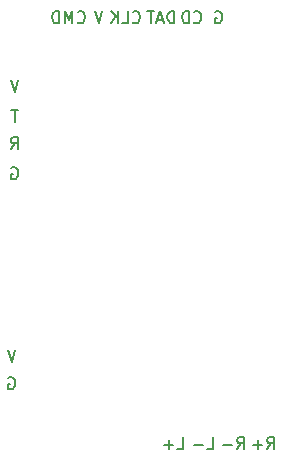
<source format=gbo>
G04 #@! TF.GenerationSoftware,KiCad,Pcbnew,5.1.9+dfsg1-1+deb11u1*
G04 #@! TF.CreationDate,2023-05-29T16:58:53+09:00*
G04 #@! TF.ProjectId,bluetooth_JDY-67_dev_board,626c7565-746f-46f7-9468-5f4a44592d36,rev?*
G04 #@! TF.SameCoordinates,Original*
G04 #@! TF.FileFunction,Legend,Bot*
G04 #@! TF.FilePolarity,Positive*
%FSLAX46Y46*%
G04 Gerber Fmt 4.6, Leading zero omitted, Abs format (unit mm)*
G04 Created by KiCad (PCBNEW 5.1.9+dfsg1-1+deb11u1) date 2023-05-29 16:58:53*
%MOMM*%
%LPD*%
G01*
G04 APERTURE LIST*
%ADD10C,0.150000*%
%ADD11R,1.600000X1.600000*%
%ADD12C,1.600000*%
%ADD13O,2.000000X1.700000*%
%ADD14R,1.700000X1.700000*%
%ADD15O,1.700000X1.700000*%
%ADD16O,1.950000X1.700000*%
%ADD17O,1.700000X1.950000*%
%ADD18C,2.000000*%
G04 APERTURE END LIST*
D10*
X120959523Y-118562380D02*
X121292857Y-118086190D01*
X121530952Y-118562380D02*
X121530952Y-117562380D01*
X121150000Y-117562380D01*
X121054761Y-117610000D01*
X121007142Y-117657619D01*
X120959523Y-117752857D01*
X120959523Y-117895714D01*
X121007142Y-117990952D01*
X121054761Y-118038571D01*
X121150000Y-118086190D01*
X121530952Y-118086190D01*
X120530952Y-118181428D02*
X119769047Y-118181428D01*
X120150000Y-118562380D02*
X120150000Y-117800476D01*
X118419523Y-118562380D02*
X118752857Y-118086190D01*
X118990952Y-118562380D02*
X118990952Y-117562380D01*
X118610000Y-117562380D01*
X118514761Y-117610000D01*
X118467142Y-117657619D01*
X118419523Y-117752857D01*
X118419523Y-117895714D01*
X118467142Y-117990952D01*
X118514761Y-118038571D01*
X118610000Y-118086190D01*
X118990952Y-118086190D01*
X117990952Y-118181428D02*
X117229047Y-118181428D01*
X115879523Y-118562380D02*
X116355714Y-118562380D01*
X116355714Y-117562380D01*
X115546190Y-118181428D02*
X114784285Y-118181428D01*
X113339523Y-118562380D02*
X113815714Y-118562380D01*
X113815714Y-117562380D01*
X113006190Y-118181428D02*
X112244285Y-118181428D01*
X112625238Y-118562380D02*
X112625238Y-117800476D01*
X99052095Y-112530000D02*
X99147333Y-112482380D01*
X99290190Y-112482380D01*
X99433047Y-112530000D01*
X99528285Y-112625238D01*
X99575904Y-112720476D01*
X99623523Y-112910952D01*
X99623523Y-113053809D01*
X99575904Y-113244285D01*
X99528285Y-113339523D01*
X99433047Y-113434761D01*
X99290190Y-113482380D01*
X99194952Y-113482380D01*
X99052095Y-113434761D01*
X99004476Y-113387142D01*
X99004476Y-113053809D01*
X99194952Y-113053809D01*
X99647333Y-110196380D02*
X99314000Y-111196380D01*
X98980666Y-110196380D01*
X99306095Y-94750000D02*
X99401333Y-94702380D01*
X99544190Y-94702380D01*
X99687047Y-94750000D01*
X99782285Y-94845238D01*
X99829904Y-94940476D01*
X99877523Y-95130952D01*
X99877523Y-95273809D01*
X99829904Y-95464285D01*
X99782285Y-95559523D01*
X99687047Y-95654761D01*
X99544190Y-95702380D01*
X99448952Y-95702380D01*
X99306095Y-95654761D01*
X99258476Y-95607142D01*
X99258476Y-95273809D01*
X99448952Y-95273809D01*
X99258476Y-93162380D02*
X99591809Y-92686190D01*
X99829904Y-93162380D02*
X99829904Y-92162380D01*
X99448952Y-92162380D01*
X99353714Y-92210000D01*
X99306095Y-92257619D01*
X99258476Y-92352857D01*
X99258476Y-92495714D01*
X99306095Y-92590952D01*
X99353714Y-92638571D01*
X99448952Y-92686190D01*
X99829904Y-92686190D01*
X99853714Y-89876380D02*
X99282285Y-89876380D01*
X99568000Y-90876380D02*
X99568000Y-89876380D01*
X99901333Y-87336380D02*
X99568000Y-88336380D01*
X99234666Y-87336380D01*
X116578095Y-81542000D02*
X116673333Y-81494380D01*
X116816190Y-81494380D01*
X116959047Y-81542000D01*
X117054285Y-81637238D01*
X117101904Y-81732476D01*
X117149523Y-81922952D01*
X117149523Y-82065809D01*
X117101904Y-82256285D01*
X117054285Y-82351523D01*
X116959047Y-82446761D01*
X116816190Y-82494380D01*
X116720952Y-82494380D01*
X116578095Y-82446761D01*
X116530476Y-82399142D01*
X116530476Y-82065809D01*
X116720952Y-82065809D01*
X114744476Y-82399142D02*
X114792095Y-82446761D01*
X114934952Y-82494380D01*
X115030190Y-82494380D01*
X115173047Y-82446761D01*
X115268285Y-82351523D01*
X115315904Y-82256285D01*
X115363523Y-82065809D01*
X115363523Y-81922952D01*
X115315904Y-81732476D01*
X115268285Y-81637238D01*
X115173047Y-81542000D01*
X115030190Y-81494380D01*
X114934952Y-81494380D01*
X114792095Y-81542000D01*
X114744476Y-81589619D01*
X114315904Y-82494380D02*
X114315904Y-81494380D01*
X114077809Y-81494380D01*
X113934952Y-81542000D01*
X113839714Y-81637238D01*
X113792095Y-81732476D01*
X113744476Y-81922952D01*
X113744476Y-82065809D01*
X113792095Y-82256285D01*
X113839714Y-82351523D01*
X113934952Y-82446761D01*
X114077809Y-82494380D01*
X114315904Y-82494380D01*
X113085428Y-82494380D02*
X113085428Y-81494380D01*
X112847333Y-81494380D01*
X112704476Y-81542000D01*
X112609238Y-81637238D01*
X112561619Y-81732476D01*
X112514000Y-81922952D01*
X112514000Y-82065809D01*
X112561619Y-82256285D01*
X112609238Y-82351523D01*
X112704476Y-82446761D01*
X112847333Y-82494380D01*
X113085428Y-82494380D01*
X112133047Y-82208666D02*
X111656857Y-82208666D01*
X112228285Y-82494380D02*
X111894952Y-81494380D01*
X111561619Y-82494380D01*
X111371142Y-81494380D02*
X110799714Y-81494380D01*
X111085428Y-82494380D02*
X111085428Y-81494380D01*
X109561238Y-82399142D02*
X109608857Y-82446761D01*
X109751714Y-82494380D01*
X109846952Y-82494380D01*
X109989809Y-82446761D01*
X110085047Y-82351523D01*
X110132666Y-82256285D01*
X110180285Y-82065809D01*
X110180285Y-81922952D01*
X110132666Y-81732476D01*
X110085047Y-81637238D01*
X109989809Y-81542000D01*
X109846952Y-81494380D01*
X109751714Y-81494380D01*
X109608857Y-81542000D01*
X109561238Y-81589619D01*
X108656476Y-82494380D02*
X109132666Y-82494380D01*
X109132666Y-81494380D01*
X108323142Y-82494380D02*
X108323142Y-81494380D01*
X107751714Y-82494380D02*
X108180285Y-81922952D01*
X107751714Y-81494380D02*
X108323142Y-82065809D01*
X107013333Y-81494380D02*
X106680000Y-82494380D01*
X106346666Y-81494380D01*
X104901904Y-82399142D02*
X104949523Y-82446761D01*
X105092380Y-82494380D01*
X105187619Y-82494380D01*
X105330476Y-82446761D01*
X105425714Y-82351523D01*
X105473333Y-82256285D01*
X105520952Y-82065809D01*
X105520952Y-81922952D01*
X105473333Y-81732476D01*
X105425714Y-81637238D01*
X105330476Y-81542000D01*
X105187619Y-81494380D01*
X105092380Y-81494380D01*
X104949523Y-81542000D01*
X104901904Y-81589619D01*
X104473333Y-82494380D02*
X104473333Y-81494380D01*
X104140000Y-82208666D01*
X103806666Y-81494380D01*
X103806666Y-82494380D01*
X103330476Y-82494380D02*
X103330476Y-81494380D01*
X103092380Y-81494380D01*
X102949523Y-81542000D01*
X102854285Y-81637238D01*
X102806666Y-81732476D01*
X102759047Y-81922952D01*
X102759047Y-82065809D01*
X102806666Y-82256285D01*
X102854285Y-82351523D01*
X102949523Y-82446761D01*
X103092380Y-82494380D01*
X103330476Y-82494380D01*
%LPC*%
D11*
X106204000Y-116332000D03*
D12*
X108204000Y-116332000D03*
G36*
G01*
X100596000Y-109640000D02*
X102096000Y-109640000D01*
G75*
G02*
X102346000Y-109890000I0J-250000D01*
G01*
X102346000Y-111090000D01*
G75*
G02*
X102096000Y-111340000I-250000J0D01*
G01*
X100596000Y-111340000D01*
G75*
G02*
X100346000Y-111090000I0J250000D01*
G01*
X100346000Y-109890000D01*
G75*
G02*
X100596000Y-109640000I250000J0D01*
G01*
G37*
D13*
X101346000Y-112990000D03*
D14*
X98806000Y-102870000D03*
D15*
X98806000Y-100330000D03*
G36*
G01*
X100621000Y-86780000D02*
X102071000Y-86780000D01*
G75*
G02*
X102321000Y-87030000I0J-250000D01*
G01*
X102321000Y-88230000D01*
G75*
G02*
X102071000Y-88480000I-250000J0D01*
G01*
X100621000Y-88480000D01*
G75*
G02*
X100371000Y-88230000I0J250000D01*
G01*
X100371000Y-87030000D01*
G75*
G02*
X100621000Y-86780000I250000J0D01*
G01*
G37*
D16*
X101346000Y-90130000D03*
X101346000Y-92630000D03*
X101346000Y-95130000D03*
D17*
X120784000Y-116078000D03*
X118284000Y-116078000D03*
X115784000Y-116078000D03*
G36*
G01*
X112434000Y-116803000D02*
X112434000Y-115353000D01*
G75*
G02*
X112684000Y-115103000I250000J0D01*
G01*
X113884000Y-115103000D01*
G75*
G02*
X114134000Y-115353000I0J-250000D01*
G01*
X114134000Y-116803000D01*
G75*
G02*
X113884000Y-117053000I-250000J0D01*
G01*
X112684000Y-117053000D01*
G75*
G02*
X112434000Y-116803000I0J250000D01*
G01*
G37*
D15*
X123190000Y-110998000D03*
D14*
X123190000Y-108458000D03*
X102362000Y-105410000D03*
D15*
X102362000Y-102870000D03*
X102362000Y-100330000D03*
G36*
G01*
X103290000Y-80735000D02*
X103290000Y-79285000D01*
G75*
G02*
X103540000Y-79035000I250000J0D01*
G01*
X104740000Y-79035000D01*
G75*
G02*
X104990000Y-79285000I0J-250000D01*
G01*
X104990000Y-80735000D01*
G75*
G02*
X104740000Y-80985000I-250000J0D01*
G01*
X103540000Y-80985000D01*
G75*
G02*
X103290000Y-80735000I0J250000D01*
G01*
G37*
D17*
X106640000Y-80010000D03*
X109140000Y-80010000D03*
X111640000Y-80010000D03*
X114140000Y-80010000D03*
X116640000Y-80010000D03*
D11*
X124206000Y-85090000D03*
D12*
X126706000Y-85090000D03*
D18*
X139628000Y-95250000D03*
X135128000Y-95250000D03*
X139628000Y-88750000D03*
X135128000Y-88750000D03*
X135128000Y-110998000D03*
X139628000Y-110998000D03*
X135128000Y-117498000D03*
X139628000Y-117498000D03*
X131500000Y-117475000D03*
X127000000Y-117475000D03*
X131500000Y-110975000D03*
X127000000Y-110975000D03*
X127072000Y-98806000D03*
X131572000Y-98806000D03*
X127072000Y-105306000D03*
X131572000Y-105306000D03*
X139628000Y-105306000D03*
X135128000Y-105306000D03*
X139628000Y-98806000D03*
X135128000Y-98806000D03*
X135128000Y-78740000D03*
X139628000Y-78740000D03*
X135128000Y-85240000D03*
X139628000Y-85240000D03*
M02*

</source>
